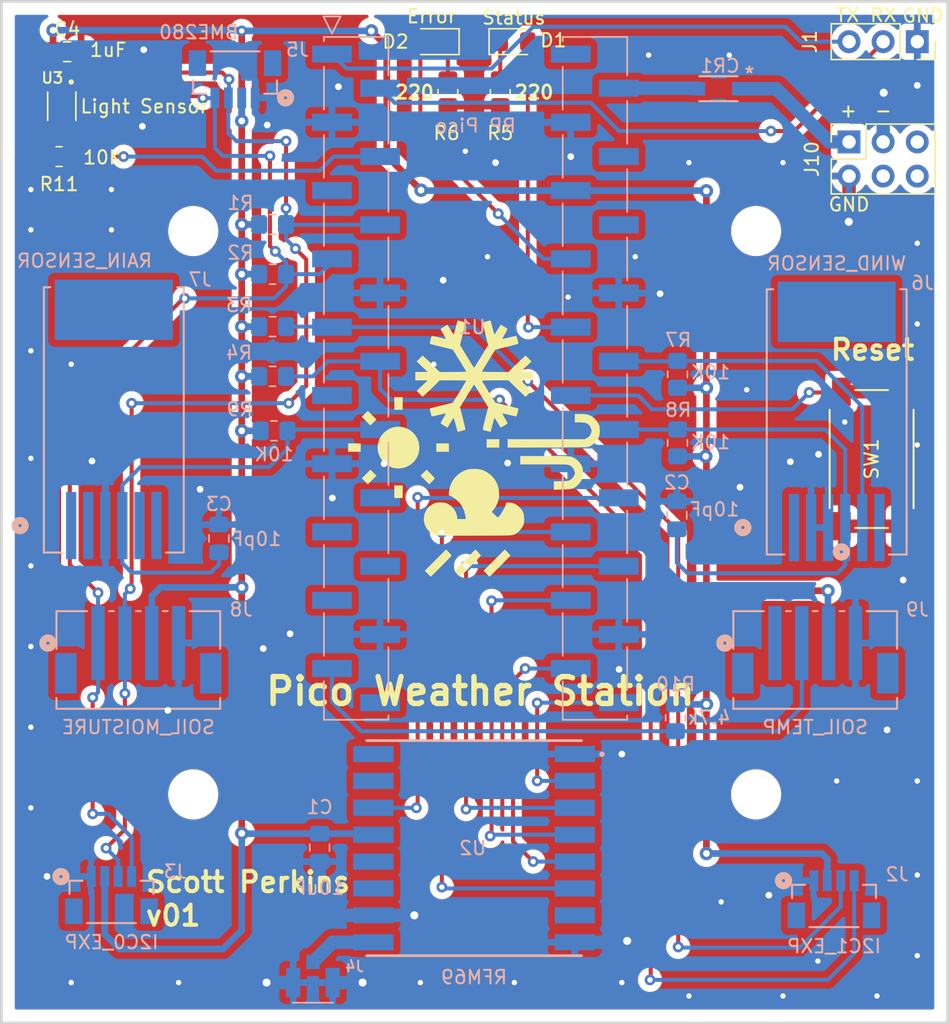
<source format=kicad_pcb>
(kicad_pcb (version 20240108) (generator "pcbnew") (generator_version "8.0")
  (layers (0 "F.Cu" signal) (31 "B.Cu" signal) (34 "B.Paste" user) (35 "F.Paste" user) (36 "B.SilkS" user "B.Silkscreen") (37 "F.SilkS" user "F.Silkscreen") (38 "B.Mask" user) (39 "F.Mask" user) (44 "Edge.Cuts" user))
  (net 0 "")
  (net 1 "GND")
  (net 2 "+3.3V")
  (net 3 "/WINDSPEED_TGR")
  (net 4 "/RAIN_COUNT")
  (net 5 "/Battery Charger/Load+")
  (net 6 "/I2C1_SCL")
  (net 7 "/I2C1_SDA")
  (net 8 "/I2C0_SDA")
  (net 9 "/I2C0_SCL")
  (net 10 "Net-(U2-ANT)")
  (net 11 "/WINDDIR_OUT")
  (net 14 "/ONE_WIRE")
  (net 15 "/Battery Charger/~{CHRG}")
  (net 16 "/Battery Charger/SET")
  (net 17 "/Battery Charger/~{FAULT}")
  (net 18 "/LIGHT_INTR")
  (net 19 "/RFM69 Radio/RFM69_MOSI")
  (net 21 "/RFM69 Radio/RFM69_INTR")
  (net 22 "/RFM69 Radio/RFM69_CS")
  (net 24 "/RFM69 Radio/RFM69_RESET")
  (net 27 "/RFM69 Radio/RFM69_MISO")
  (net 28 "/RFM69 Radio/RFM69_CLK")
  (net 38 "Net-(U1-VSYS)")
  (net 39 "Net-(D1-K)")
  (net 40 "/STATUS_LED")
  (net 41 "Net-(D2-K)")
  (net 42 "/ERROR_LED")
  (net 43 "/UART0_RX")
  (net 44 "/UART0_TX")
  (net 50 "/RESET")
  (footprint "LED_SMD:LED_0805_2012Metric_Pad1.15x1.40mm_HandSolder" (layer "F.Cu") (at 144.47 71.9 180)
    (property "Reference" "D2")
    (property "Value" "RED")
  )
  (footprint "WeatherStation:TactileButton" (layer "F.Cu") (at 177.045 102.95 90)
    (property "Reference" "SW1")
    (property "Value" "Reset Button")
  )
  (footprint "Resistor_SMD:R_0805_2012Metric_Pad1.20x1.40mm_HandSolder" (layer "F.Cu") (at 116.545 80.45)
    (property "Reference" "R11")
    (property "Value" "10k")
  )
  (footprint "Capacitor_SMD:C_0805_2012Metric_Pad1.18x1.45mm_HandSolder" (layer "F.Cu") (at 117.145 72.65)
    (property "Reference" "C4")
    (property "Value" "1uF")
  )
  (footprint "MountingHole:MountingHole_3.2mm_M3_ISO7380" (layer "F.Cu") (at 126.535 85.99)
    (property "Reference" "H3" (hide yes))
    (property "Value" "MountingHole_Pad" (hide yes))
  )
  (footprint "MountingHole:MountingHole_3.2mm_M3_ISO7380" (layer "F.Cu") (at 168.445 85.99)
    (property "Reference" "H4" (hide yes))
    (property "Value" "MountingHole_Pad" (hide yes))
  )
  (footprint "WeatherStation:APDS_LIGHT_SENSOR" (layer "F.Cu") (at 116.745 76.7 -90)
    (property "Reference" "U3")
    (property "Value" "LIGHT_SENSOR")
  )
  (footprint "WeatherStation:Logo" (layer "F.Cu") (at 147.445 102.1)
    (property "Reference" "G***" (hide yes))
    (property "Value" "LOGO" (hide yes))
  )
  (footprint "MountingHole:MountingHole_3.2mm_M3_ISO7380" (layer "F.Cu") (at 126.535 127.9)
    (property "Reference" "H1" (hide yes))
    (property "Value" "MountingHole_Pad" (hide yes))
  )
  (footprint "Connector_PinSocket_2.54mm:PinSocket_2x03_P2.54mm_Vertical" (layer "F.Cu") (at 175.365 79.36 90)
    (property "Reference" "J10")
    (property "Value" "Battery Charger" (hide yes))
  )
  (footprint "LED_SMD:LED_0805_2012Metric_Pad1.15x1.40mm_HandSolder" (layer "F.Cu") (at 150.42 71.9)
    (property "Reference" "D1")
    (property "Value" "GREEN")
  )
  (footprint "Resistor_SMD:R_0805_2012Metric_Pad1.20x1.40mm_HandSolder" (layer "F.Cu") (at 145.495 75.7 90)
    (property "Reference" "R6")
    (property "Value" "220")
  )
  (footprint "MountingHole:MountingHole_3.2mm_M3_ISO7380" (layer "F.Cu") (at 168.445 127.9)
    (property "Reference" "H2" (hide yes))
    (property "Value" "MountingHole_Pad" (hide yes))
  )
  (footprint "Resistor_SMD:R_0805_2012Metric_Pad1.20x1.40mm_HandSolder" (layer "F.Cu") (at 149.395 75.7 90)
    (property "Reference" "R5")
    (property "Value" "220")
  )
  (footprint "Connector_PinSocket_2.54mm:PinSocket_1x03_P2.54mm_Vertical" (layer "F.Cu") (at 180.445 71.9 -90)
    (property "Reference" "J1")
    (property "Value" "UART")
  )
  (footprint "Resistor_SMD:R_0805_2012Metric_Pad1.20x1.40mm_HandSolder" (layer "B.Cu") (at 132.445 93.1)
    (property "Reference" "R3")
    (property "Value" "DNP")
  )
  (footprint "WeatherStation:Pico_SMD_Headers" (layer "B.Cu") (at 147.554999 98.22 180)
    (property "Reference" "U1")
    (property "Value" "Pico" (hide yes))
  )
  (footprint "WeatherStation:Stemma_Vertical_Large" (layer "B.Cu") (at 172.844999 117.9 180)
    (property "Reference" "J9")
    (property "Value" "SOIL_TEMP")
  )
  (footprint "Resistor_SMD:R_0805_2012Metric_Pad1.20x1.40mm_HandSolder" (layer "B.Cu") (at 132.545 100.85)
    (property "Reference" "R9")
    (property "Value" "10K")
  )
  (footprint "Resistor_SMD:R_0805_2012Metric_Pad1.20x1.40mm_HandSolder" (layer "B.Cu") (at 162.445 122.2 -90)
    (property "Reference" "R10")
    (property "Value" "4.7k")
  )
  (footprint "Resistor_SMD:R_0805_2012Metric_Pad1.20x1.40mm_HandSolder" (layer "B.Cu") (at 132.445 89.2)
    (property "Reference" "R2")
    (property "Value" "DNP")
  )
  (footprint "WeatherStation:RJ11_SMD" (layer "B.Cu") (at 120.62 100.039098)
    (property "Reference" "J7")
    (property "Value" "RAIN_SENSOR")
  )
  (footprint "Resistor_SMD:R_0805_2012Metric_Pad1.20x1.40mm_HandSolder" (layer "B.Cu") (at 132.445 85.5)
    (property "Reference" "R1")
    (property "Value" "DNP")
  )
  (footprint "WeatherStation:Antenna" (layer "B.Cu") (at 135.445 141.9)
    (property "Reference" "J4")
    (property "Value" "73412-0110")
  )
  (footprint "WeatherStation:RJ11_SMD" (layer "B.Cu") (at 174.445 100.189099)
    (property "Reference" "J6")
    (property "Value" "WIND_SENSOR")
  )
  (footprint "WeatherStation:RFM69" (layer "B.Cu") (at 147.445 131.9 180)
    (property "Reference" "U2")
    (property "Value" "RFM69")
  )
  (footprint "Capacitor_SMD:C_0805_2012Metric_Pad1.18x1.45mm_HandSolder" (layer "B.Cu") (at 135.945 131.8625 -90)
    (property "Reference" "C1")
    (property "Value" "10uF")
  )
  (footprint "WeatherStation:StemmaQT_Vertical" (layer "B.Cu") (at 174.244999 136.202201)
    (property "Reference" "J2")
    (property "Value" "I2C1_EXP")
  )
  (footprint "WeatherStation:StemmaQT_Vertical" (layer "B.Cu") (at 129.645 74.196699 180)
    (property "Reference" "J5")
    (property "Value" "BME280")
  )
  (footprint "Resistor_SMD:R_0805_2012Metric_Pad1.20x1.40mm_HandSolder" (layer "B.Cu") (at 132.445 96.8)
    (property "Reference" "R4")
    (property "Value" "DNP")
  )
  (footprint "Capacitor_SMD:C_0805_2012Metric_Pad1.18x1.45mm_HandSolder" (layer "B.Cu") (at 128.445 108.8625 90)
    (property "Reference" "C3")
    (property "Value" "10pF")
  )
  (footprint "Resistor_SMD:R_0805_2012Metric_Pad1.20x1.40mm_HandSolder" (layer "B.Cu") (at 162.595 101.75 90)
    (property "Reference" "R8")
    (property "Value" "10K")
  )
  (footprint "Resistor_SMD:R_0805_2012Metric_Pad1.20x1.40mm_HandSolder" (layer "B.Cu") (at 162.595 96.65 90)
    (property "Reference" "R7")
    (property "Value" "10K")
  )
  (footprint "WeatherStation:StemmaQT_Vertical" (layer "B.Cu") (at 120.445 135.9)
    (property "Reference" "J3")
    (property "Value" "I2C0_EXP")
  )
  (footprint "Capacitor_SMD:C_0805_2012Metric_Pad1.18x1.45mm_HandSolder" (layer "B.Cu") (at 162.545 107.1375 90)
    (property "Reference" "C2")
    (property "Value" "10pF")
  )
  (footprint "WeatherStation:SchottkyDiode" (layer "B.Cu") (at 165.645 75.4 180)
    (property "Reference" "CR1")
    (property "Value" "SchottkyDiode")
  )
  (footprint "WeatherStation:Stemma_Vertical_Large" (layer "B.Cu") (at 122.445 117.9 180)
    (property "Reference" "J8")
    (property "Value" "SOIL_MOISTURE")
  )
  (gr_rect (start 112.245 68.9) (end 182.71 144.9) (stroke (width 0.2)) (fill none) (layer "Edge.Cuts"))
  (gr_text "10K" (at 118.245 81.1 0) (layer "F.SilkS") (effects (font (size 1 1)) (justify left bottom)))
  (gr_text "Status" (at 147.945 70.7 0) (layer "F.SilkS") (effects (font (size 1 1)) (justify left bottom)))
  (gr_text "TX" (at 174.295 70.5 0) (layer "F.SilkS") (effects (font (size 1 1)) (justify left bottom)))
  (gr_text "+" (at 174.595 77.6 0) (layer "F.SilkS") (effects (font (size 1 1)) (justify left bottom)))
  (gr_text "Reset" (at 173.845 95.7 0) (layer "F.SilkS") (effects (font (size 1.5 1.5) (thickness 0.3) (bold yes)) (justify left bottom)))
  (gr_text "-" (at 177.195 77.6 0) (layer "F.SilkS") (effects (font (size 1 1)) (justify left bottom)))
  (gr_text "v01" (at 122.845 137.8 0) (layer "F.SilkS") (effects (font (size 1.5 1.5) (thickness 0.3) (bold yes)) (justify left bottom)))
  (gr_text "Pico Weather Station" (at 131.745 121.4 0) (layer "F.SilkS") (effects (font (size 2 2) (thickness 0.4) (bold yes)) (justify left bottom)))
  (gr_text "Scott Perkins" (at 122.845 135.3 0) (layer "F.SilkS") (effects (font (size 1.5 1.5) (thickness 0.3) (bold yes)) (justify left bottom)))
  (gr_text "1uF" (at 118.745 73.1 0) (layer "F.SilkS") (effects (font (size 1 1)) (justify left bottom)))
  (gr_text "Light Sensor" (at 118.045 77.3 0) (layer "F.SilkS") (effects (font (size 1 1)) (justify left bottom)))
  (gr_text "GND" (at 173.745 84.6 0) (layer "F.SilkS") (effects (font (size 1 1)) (justify left bottom)))
  (gr_text "RX" (at 176.845 70.5 0) (layer "F.SilkS") (effects (font (size 1 1)) (justify left bottom)))
  (gr_text "220" (at 150.345 76.25 0) (layer "F.SilkS") (effects (font (size 1 1) (thickness 0.2) (bold yes)) (justify left bottom)))
  (gr_text "GND" (at 179.245 70.55 0) (layer "F.SilkS") (effects (font (size 1 1)) (justify left bottom)))
  (gr_text "220" (at 141.445 76.25 0) (layer "F.SilkS") (effects (font (size 1 1) (thickness 0.2) (bold yes)) (justify left bottom)))
  (gr_text "Error" (at 142.345 70.6 0) (layer "F.SilkS") (effects (font (size 1 1)) (justify left bottom)))
  (segment (start 118.2325 72.6) (end 122.745 72.6) (width 0.5) (layer "F.Cu") (net 1))
  (segment (start 122.745 78.2) (end 121.99 77.445) (width 0.3) (layer "F.Cu") (net 1))
  (segment (start 179.295001 107.95) (end 179.345 107.999999) (width 0.5) (layer "F.Cu") (net 1))
  (segment (start 174.794999 107.95) (end 179.295001 107.95) (width 1) (layer "F.Cu") (net 1))
  (segment (start 121.99 77.445) (end 117.395 77.445) (width 0.3) (layer "F.Cu") (net 1))
  (segment (start 118.1825 72.65) (end 118.2325 72.6) (width 0.5) (layer "F.Cu") (net 1))
  (segment (start 122.745 72.6) (end 122.845 72.5) (width 0.5) (layer "F.Cu") (net 1))
  (segment (start 179.345 107.999999) (end 179.345 111.9) (width 0.5) (layer "F.Cu") (net 1))
  (segment (start 175.365 81.9) (end 175.365 85.28) (width 1) (layer "F.Cu") (net 1))
  (segment (start 175.365 85.28) (end 175.345 85.3) (width 1) (layer "F.Cu") (net 1))
  (segment (start 179.345 111.9) (end 179.395 111.95) (width 0.5) (layer "F.Cu") (net 1))
  (via (at 120.445 85.9) (size 0.8) (drill 0.4) (layers "F.Cu" "B.Cu") (net 1))
  (via (at 140.745 103.3) (size 1) (drill 0.5) (layers "F.Cu" "B.Cu") (net 1))
  (via (at 158.845 138.8) (size 1.5) (drill 0.6) (layers "F.Cu" "B.Cu") (net 1))
  (via (at 166.445 72.9) (size 0.8) (drill 0.4) (layers "F.Cu" "B.Cu") (net 1))
  (via (at 114.445 110.9) (size 0.8) (drill 0.4) (layers "F.Cu" "B.Cu") (net 1))
  (via (at 114.445 128.9) (size 0.8) (drill 0.4) (layers "F.Cu" "B.Cu") (net 1))
  (via (at 170.445 142.9) (size 0.8) (drill 0.4) (layers "F.Cu" "B.Cu") (net 1))
  (via (at 137.345 75.25) (size 1) (drill 0.5) (layers "F.Cu" "B.Cu") (net 1))
  (via (at 170.995 103.15) (size 1) (drill 0.5) (layers "F.Cu" "B.Cu") (net 1))
  (via (at 167.745 97.8) (size 0.8) (drill 0.4) (layers "F.Cu" "B.Cu") (net 1))
  (via (at 180.445 101.9) (size 0.8) (drill 0.4) (layers "F.Cu" "B.Cu") (net 1))
  (via (at 161.295 90.65) (size 1) (drill 0.5) (layers "F.Cu" "B.Cu") (net 1))
  (via (at 180.445 133.9) (size 0.8) (drill 0.4) (layers "F.Cu" "B.Cu") (net 1))
  (via (at 124.645 121.65) (size 1) (drill 0.5) (layers "F.Cu" "B.Cu") (net 1))
  (via (at 173.045 140.3) (size 0.8) (drill 0.4) (layers "F.Cu" "B.Cu") (net 1))
  (via (at 148.445 87.9) (size 0.8) (drill 0.4) (layers "F.Cu" "B.Cu") (net 1))
  (via (at 139.145 141.9) (size 1.5) (drill 0.6) (layers "F.Cu" "B.Cu") (net 1))
  (via (at 125.445 141.9) (size 0.8) (drill 0.4) (layers "F.Cu" "B.Cu") (net 1))
  (via (at 174.445 126.9) (size 0.8) (drill 0.4) (layers "F.Cu" "B.Cu") (net 1))
  (via (at 133.745 115.95) (size 1) (drill 0.5) (layers "F.Cu" "B.Cu") (net 1))
  (via (at 170.445 80.9) (size 0.8) (drill 0.4) (layers "F.Cu" "B.Cu") (net 1))
  (via (at 114.445 122.9) (size 0.8) (drill 0.4) (layers "F.Cu" "B.Cu") (net 1))
  (via (at 114.445 94.9) (size 0.8) (drill 0.4) (layers "F.Cu" "B.Cu") (net 1))
  (via (at 180.445 92.9) (size 0.8) (drill 0.4) (layers "F.Cu" "B.Cu") (net 1))
  (via (at 120.445 82.9) (size 0.8) (drill 0.4) (layers "F.Cu" "B.Cu") (net 1))
  (via (at 144.445 95.9) (size 0.8) (drill 0.4) (layers "F.Cu" "B.Cu") (net 1))
  (via (at 159.445 87.9) (size 0.8) (drill 0.4) (layers "F.Cu" "B.Cu") (net 1))
  (via (at 169.395 135.4) (size 1) (drill 0.5) (layers "F.Cu" "B.Cu") (net 1))
  (via (at 114.445 116.9) (size 0.8) (drill 0.4) (layers "F.Cu" "B.Cu") (net 1))
  (via (at 143.445 141.9) (size 0.8) (drill 0.4) (layers "F.Cu" "B.Cu") (net 1))
  (via (at 117.445 141.9) (size 0.8) (drill 0.4) (layers "F.Cu" "B.Cu") (net 1))
  (via (at 115.645 134) (size 1) (drill 0.5) (layers "F.Cu" "B.Cu") (net 1))
  (via (at 173.095 102.6) (size 1) (drill 0.5) (layers "F.Cu" "B.Cu") (net 1))
  (via (at 150.445 141.9) (size 0.8) (drill 0.4) (layers "F.Cu" "B.Cu") (net 1))
  (via (at 180.445 139.9) (size 0.8) (drill 0.4) (layers "F.Cu" "B.Cu") (net 1))
  (via (at 117.445 95.9) (size 0.8) (drill 0.4) (layers "F.Cu" "B.Cu") (net 1))
  (via (at 165.845 135.9) (size 0.8) (drill 0.4) (layers "F.Cu" "B.Cu") (net 1))
  (via (at 175.345 85.3) (size 1.5) (drill 0.6) (layers "F.Cu" "B.Cu") (net 1))
  (via (at 158.245 118.6) (size 1) (drill 0.5) (layers "F.Cu" "B.Cu") (net 1))
  (via (at 178.195 123.1) (size 1) (drill 0.5) (layers "F.Cu" "B.Cu") (net 1))
  (via (at 149.045 80.9) (size 1) (drill 0.5) (layers "F.Cu" "B.Cu") (net 1))
  (via (at 131.995 141.9) (size 1.5) (drill 0.6) (layers "F.Cu" "B.Cu") (net 1))
  (via (at 154.445 90.9) (size 0.8) (drill 0.4) (layers "F.Cu" "B.Cu") (net 1))
  (via (at 122.845 72.5) (size 1) (drill 0.5) (layers "F.Cu" "B.Cu") (net 1))
  (via (at 149.945 103.25) (size 1) (drill 0.5) (layers "F.Cu" "B.Cu") (net 1))
  (via (at 114.445 82.9) (size 0.8) (drill 0.4) (layers "F.Cu" "B.Cu") (net 1))
  (via (at 180.445 126.9) (size 0.8) (drill 0.4) (layers "F.Cu" "B.Cu") (net 1))
  (via (at 154.645 80.45) (size 1) (drill 0.5) (layers "F.Cu" "B.Cu") (net 1))
  (via (at 179.395 111.95) (size 1) (drill 0.5) (layers "F.Cu" "B.Cu") (net 1))
  (via (at 114.445 85.9) (size 0.8) (drill 0.4) (layers "F.Cu" "B.Cu") (net 1))
  (via (at 145.145 89.65) (size 1) (drill 0.5) (layers "F.Cu" "B.Cu") (net 1))
  (via (at 146.795 80.05) (size 0.8) (drill 0.4) (layers "F.Cu" "B.Cu") (net 1))
  (via (at 177.945 75.7) (size 1.5) (drill 0.6) (layers "F.Cu" "B.Cu") (net 1))
  (via (at 136.895 105.85) (size 1) (drill 0.5) (layers "F.Cu" "B.Cu") (net 1))
  (via (at 118.995 103.1) (size 1) (drill 0.5) (layers "F.Cu" "B.Cu") (net 1))
  (via (at 127.045 105.2) (size 1) (drill 0.5) (layers "F.Cu" "B.Cu") (net 1))
  (via (at 122.745 78.2) (size 1) (drill 0.5) (layers "F.Cu" "B.Cu") (net 1))
  (via (at 158.445 124.9) (size 1) (drill 0.5) (layers "F.Cu" "B.Cu") (net 1))
  (via (at 160.445 72.9) (size 0.8) (drill 0.4) (layers "F.Cu" "B.Cu") (net 1))
  (via (at 158.445 141.9) (size 0.8) (drill 0.4) (layers "F.Cu" "B.Cu") (net 1))
  (via (at 180.445 86.9) (size 0.8) (drill 0.4) (layers "F.Cu" "B.Cu") (net 1))
  (via (at 114.445 102.9) (size 0.8) (drill 0.4) (layers "F.Cu" "B.Cu") (net 1))
  (via (at 132.045 78.1) (size 1) (drill 0.5) (layers "F.Cu" "B.Cu") (net 1))
  (via (at 175.045 100.2) (size 0.8) (drill 0.4) (layers "F.Cu" "B.Cu") (net 1))
  (via (at 177.445 142.9) (size 0.8) (drill 0.4) (layers "F.Cu" "B.Cu") (net 1))
  (via (at 180.445 75.15) (size 1) (drill 0.5) (layers "F.Cu" "B.Cu") (net 1))
  (via (at 142.995 136.9) (size 1.5) (drill 0.6) (layers "F.Cu" "B.Cu") (net 1))
  (via (at 163.445 142.9) (size 0.8) (drill 0.4) (layers "F.Cu" "B.Cu") (net 1))
  (via (at 167.245 105.05) (size 1) (drill 0.5) (layers "F.Cu" "B.Cu") (net 1))
  (via (at 163.445 80.9) (size 0.8) (drill 0.4) (layers "F.Cu" "B.Cu") (net 1))
  (via (at 131.745 117.05) (size 1) (drill 0.5) (layers "F.Cu" "B.Cu") (net 1))
  (segment (start 166.195 106.1) (end 167.245 105.05) (width 0.5) (layer "B.Cu") (net 1))
  (segment (start 177.905 79.36) (end 177.905 75.74) (width 1) (layer "B.Cu") (net 1))
  (segment (start 158.225 118.58) (end 158.245 118.6) (width 0.5) (layer "B.Cu") (net 1))
  (segment (start 162.545 106.1) (end 166.195 106.1) (width 0.5) (layer "B.Cu") (net 1))
  (segment (start 175.844998 120.749998) (end 178.195 123.1) (width 0.5) (layer "B.Cu") (net 1))
  (segment (start 158.745 138.9) (end 158.845 138.8) (width 1) (layer "B.Cu") (net 1))
  (segment (start 144.195 90.6) (end 145.145 89.65) (width 0.5) (layer "B.Cu") (net 1))
  (segment (start 154.945 138.9) (end 158.745 138.9) (width 1) (layer "B.Cu") (net 1))
  (segment (start 125.444999 116.6448) (end 125.444999 120.850001) (width 0.5) (layer "B.Cu") (net 1))
  (segment (start 131.3398 116.6448) (end 131.745 117.05) (width 0.5) (layer "B.Cu") (net 1))
  (segment (start 154.644999 103.3) (end 149.995 103.3) (width 0.5) (layer "B.Cu") (net 1))
  (segment (start 136.92 141.9) (end 139.145 141.9) (width 1) (layer "B.Cu") (net 1))
  (segment (start 154.644999 77.9) (end 154.645 80.45) (width 0.5) (layer "B.Cu") (net 1))
  (segment (start 139.945 136.9) (end 137.445 136.9) (width 1) (layer "B.Cu") (net 1))
  (segment (start 149.045 80.9) (end 152.045 77.9) (width 0.5) (layer "B.Cu") (net 1))
  (segment (start 136.864999 103.3) (end 136.864999 105.819999) (width 0.5) (layer "B.Cu") (net 1))
  (segment (start 119.985 104.09) (end 118.995 103.1) (width 0.5) (layer "B.Cu") (net 1))
  (segment (start 170.995 103.15) (end 172.54 104.695) (width 0.5) (layer "B.Cu") (net 1))
  (segment (start 177.905 75.74) (end 177.945 75.7) (width 1) (layer "B.Cu") (net 1))
  (segment (start 173.81 103.315) (end 173.81 108.050001) (width 0.5) (layer "B.Cu") (net 1))
  (segment (start 140.445 90.6) (end 144.195 90.6) (width 0.5) (layer "B.Cu") (net 1))
  (segment (start 152.045 77.9) (end 154.644999 77.9) (width 0.5) (layer "B.Cu") (net 1))
  (segment (start 136.864999 103.3) (end 140.745 103.3) (width 0.5) (layer "B.Cu") (net 1))
  (segment (start 175.844998 116.6448) (end 175.844998 120.749998) (width 0.5) (layer "B.Cu") (net 1))
  (segment (start 119.985 107.9) (end 119.985 104.09) (width 0.5) (layer "B.Cu") (net 1))
  (segment (start 142.995 136.9) (end 139.945 136.9) (width 1) (layer "B.Cu") (net 1))
  (segment (start 131.145 76.0789) (end 131.145 77.2) (width 0.5) (layer "B.Cu") (net 1))
  (segment (start 127.045 105.2) (end 128.445 106.6) (width 0.5) (layer "B.Cu") (net 1))
  (segment (start 173.095 102.6) (end 173.81 103.315) (width 0.5) (layer "B.Cu") (net 1))
  (segment (start 154.945 124.9) (end 158.445 124.9) (width 0.5) (layer "B.Cu") (net 1))
  (segment (start 136.864999 77.9) (end 136.864999 75.730001) (width 0.5) (layer "B.Cu") (net 1))
  (segment (start 118.945 134.017799) (end 115.662799 134.017799) (width 0.5) (layer "B.Cu") (net 1))
  (segment (start 172.54 104.695) (end 172.54 108.050001) (width 0.5) (layer "B.Cu") (net 1))
  (segment (start 180.445 75.15) (end 180.445 71.9) (width 0.5) (layer "B.Cu") (net 1))
  (segment (start 140.445 116) (end 133.795 116) (width 0.5) (layer "B.Cu") (net 1))
  (segment (start 161.245 90.6) (end 161.295 90.65) (width 0.5) (layer "B.Cu") (net 1))
  (segment (start 158.225 116) (end 158.225 118.58) (width 0.5) (layer "B.Cu") (net 1))
  (segment (start 125.444999 120.850001) (end 124.645 121.65) (width 0.5) (layer "B.Cu") (net 1))
  (segment (start 133.795 116) (end 133.745 115.95) (width 0.5) (layer "B.Cu") (net 1))
  (segment (start 125.444999 116.6448) (end 131.3398 116.6448) (width 0.5) (layer "B.Cu") (net 1))
  (segment (start 133.97 141.9) (end 131.995 141.9) (width 1) (layer "B.Cu") (net 1))
  (segment (start 115.662799 134.017799) (end 115.645 134) (width 0.5) (layer "B.Cu") (net 1))
  (segment (start 158.225 90.6) (end 161.245 90.6) (width 0.5) (layer "B.Cu") (net 1))
  (segment (start 128.445 106.6) (end 128.445 107.825) (width 0.5) (layer "B.Cu") (net 1))
  (segment (start 172.744999 134.32) (end 170.475 134.32) (width 0.5) (layer "B.Cu") (net 1))
  (segment (start 135.945 135.4) (end 135.945 132.9) (width 1) (layer "B.Cu") (net 1))
  (segment (start 149.995 103.3) (end 149.945 103.25) (width 0.5) (layer "B.Cu") (net 1))
  (segment (start 136.864999 105.819999) (end 136.895 105.85) (width 0.5) (layer "B.Cu") (net 1))
  (segment (start 136.864999 75.730001) (end 137.345 75.25) (width 0.5) (layer "B.Cu") (net 1))
  (segment (start 170.475 134.32) (end 169.395 135.4) (width 0.5) (layer "B.Cu") (net 1))
  (segment (start 131.145 77.2) (end 132.045 78.1) (width 0.5) (layer "B.Cu") (net 1))
  (segment (start 137.445 136.9) (end 135.945 135.4) (width 1) (layer "B.Cu") (net 1))
  (segment (start 116.095 71.05) (end 116.095 72.6375) (width 0.5) (layer "F.Cu") (net 2))
  (segment (start 130.145 96.8) (end 130.145 100.85) (width 0.5) (layer "F.Cu") (net 2))
  (segment (start 130.145 89.2) (end 130.145 93.1) (width 0.5) (layer "F.Cu") (net 2))
  (segment (start 116.095 72.6625) (end 116.1075 72.65) (width 0.3) (layer "F.Cu") (net 2))
  (segment (start 113.995 79.85) (end 114.595 80.45) (width 0.5) (layer "F.Cu") (net 2))
  (segment (start 114.595 72.65) (end 113.995 73.25) (width 0.5) (layer "F.Cu") (net 2))
  (segment (start 130.145 100.85) (end 130.145 112.5) (width 0.5) (layer "F.Cu") (net 2))
  (segment (start 114.595 80.45) (end 115.545 80.45) (width 0.5) (layer "F.Cu") (net 2))
  (segment (start 130.145 85.5) (end 130.145 89.2) (width 0.5) (layer "F.Cu") (net 2))
  (segment (start 140.945 80.4) (end 140.945 72.25) (width 0.5) (layer "F.Cu") (net 2))
  (segment (start 164.745 112.75) (end 173.795 112.75) (width 0.5) (layer "F.Cu") (net 2))
  (segment (start 130.145 93.1) (end 130.145 96.8) (width 0.5) (layer "F.Cu") (net 2))
  (segment (start 115.745 72.625) (end 115.77 72.65) (width 0.3) (layer "F.Cu") (net 2))
  (segment (start 164.745 102.8) (end 164.745 112.75) (width 0.5) (layer "F.Cu") (net 2))
  (segment (start 116.095 72.6375) (end 116.1075 72.65) (width 0.5) (layer "F.Cu") (net 2))
  (segment (start 115.77 72.65) (end 116.1075 72.65) (width 0.3) (layer "F.Cu") (net 2))
  (segment (start 164.745 102.7) (end 164.695 102.75) (width 0.5) (layer "F.Cu") (net 2))
  (segment (start 116.095 75.955) (end 116.095 72.6625) (width 0.3) (layer "F.Cu") (net 2))
  (segment (start 130.145 79.9) (end 130.145 85.5) (width 0.5) (layer "F.Cu") (net 2))
  (segment (start 164.745 112.75) (end 164.745 121.2) (width 0.5) (layer "F.Cu") (net 2))
  (segment (start 164.745 97.65) (end 164.745 102.7) (width 0.5) (layer "F.Cu") (net 2))
  (segment (start 113.995 73.25) (end 113.995 79.85) (width 0.5) (layer "F.Cu") (net 2))
  (segment (start 130.145 77.8) (end 130.145 79.9) (width 0.5) (layer "F.Cu") (net 2))
  (segment (start 130.145 112.5) (end 130.145 130.8) (width 0.5) (layer "F.Cu") (net 2))
  (segment (start 130.145 71.1) (end 130.145 77.8) (width 0.5) (layer "F.Cu") (net 2))
  (segment (start 164.745 83) (end 164.745 97.65) (width 0.5) (layer "F.Cu") (net 2))
  (segment (start 116.1075 72.65) (end 114.595 72.65) (width 0.5) (layer "F.Cu") (net 2))
  (segment (start 143.495 82.95) (end 140.945 80.4) (width 0.5) (layer "F.Cu") (net 2))
  (segment (start 164.745 121.2) (end 164.745 132.3) (width 0.5) (layer "F.Cu") (net 2))
  (segment (start 140.945 72.25) (end 139.795 71.1) (width 0.5) (layer "F.Cu") (net 2))
  (segment (start 164.695 102.75) (end 164.745 102.8) (width 0.5) (layer "F.Cu") (net 2))
  (via (at 130.145 112.5) (size 1) (drill 0.5) (layers "F.Cu" "B.Cu") (net 2))
  (via (at 130.145 130.8) (size 1) (drill 0.5) (layers "F.Cu" "B.Cu") (net 2))
  (via (at 116.095 71.05) (size 1) (drill 0.5) (layers "F.Cu" "B.Cu") (net 2))
  (via (at 130.145 77.8) (size 1) (drill 0.5) (layers "F.Cu" "B.Cu") (net 2))
  (via (at 130.145 93.1) (size 1) (drill 0.5) (layers "F.Cu" "B.Cu") (net 2))
  (via (at 130.145 100.85) (size 1) (drill 0.5) (layers "F.Cu" "B.Cu") (net 2))
  (via (at 164.745 97.65) (size 1) (drill 0.5) (layers "F.Cu" "B.Cu") (net 2))
  (via (at 139.795 71.1) (size 1) (drill 0.5) (layers "F.Cu" "B.Cu") (net 2))
  (via (at 164.745 83) (size 1) (drill 0.5) (layers "F.Cu" "B.Cu") (net 2))
  (via (at 143.495 82.95) (size 1) (drill 0.5) (layers "F.Cu" "B.Cu") (net 2))
  (via (at 173.795 112.75) (size 1) (drill 0.5) (layers "F.Cu" "B.Cu") (net 2))
  (via (at 130.145 89.2) (size 1) (drill 0.5) (layers "F.Cu" "B.Cu") (net 2))
  (via (at 164.745 121.2) (size 1) (drill 0.5) (layers "F.Cu" "B.Cu") (net 2))
  (via (at 164.695 102.75) (size 1) (drill 0.5) (layers "F.Cu" "B.Cu") (net 2))
  (via (at 164.745 132.3) (size 1) (drill 0.5) (layers "F.Cu" "B.Cu") (net 2))
  (via (at 130.145 71.1) (size 0.8) (drill 0.4) (layers "F.Cu" "B.Cu") (net 2))
  (via (at 130.145 96.8) (size 1) (drill 0.5) (layers "F.Cu" "B.Cu") (net 2))
  (via (at 130.145 85.5) (size 1) (drill 0.5) (layers "F.Cu" "B.Cu") (net 2))
  (segment (start 119.945001 134.017799) (end 119.945 138.3) (width 0.5) (layer "B.Cu") (net 2))
  (segment (start 143.495 82.95) (end 143.525 82.98) (width 0.5) (layer "B.Cu") (net 2))
  (segment (start 164.725 82.98) (end 164.745 83) (width 0.5) (layer "B.Cu") (net 2))
  (segment (start 154.644999 82.98) (end 164.725 82.98) (width 0.5) (layer "B.Cu") (net 2))
  (segment (start 119.945 138.3) (end 121.045 139.4) (width 0.5) (layer "B.Cu") (net 2))
  (segment (start 130.145 76.078901) (end 130.145 77.8) (width 0.5) (layer "B.Cu") (net 2))
  (segment (start 143.525 82.98) (end 154.644999 82.98) (width 0.5) (layer "B.Cu") (net 2))
  (segment (start 164.745 132.3) (end 173.345 132.3) (width 0.5) (layer "B.Cu") (net 2))
  (segment (start 130.145 130.8) (end 130.17 130.825) (width 0.5) (layer "B.Cu") (net 2))
  (segment (start 128.745 139.4) (end 130.145 138) (width 0.5) (layer "B.Cu") (net 2))
  (segment (start 130.144999 76.0789) (end 130.145 76.078901) (width 0.5) (layer "B.Cu") (net 2))
  (segment (start 131.445 89.2) (end 130.145 89.2) (width 0.5) (layer "B.Cu") (net 2))
  (segment (start 139.87 130.825) (end 139.945 130.9) (width 0.5) (layer "B.Cu") (net 2))
  (segment (start 173.345 132.3) (end 173.745 132.7) (width 0.5) (layer "B.Cu") (net 2))
  (segment (start 124.095 112.5) (end 130.145 112.5) (width 0.5) (layer "B.Cu") (net 2))
  (segment (start 131.445 96.8) (end 130.145 96.8) (width 0.5) (layer "B.Cu") (net 2))
  (segment (start 121.045 139.4) (end 128.745 139.4) (width 0.5) (layer "B.Cu") (net 2))
  (segment (start 130.145 138) (end 130.145 130.8) (width 0.5) (layer "B.Cu") (net 2))
  (segment (start 173.795 112.75) (end 173.795 116.5948) (width 0.5) (layer "B.Cu") (net 2))
  (segment (start 164.695 102.75) (end 162.595 102.75) (width 0.5) (layer "B.Cu") (net 2))
  (segment (start 131.445 85.5) (end 130.145 85.5) (width 0.5) (layer "B.Cu") (net 2))
  (segment (start 116.095 71.05) (end 130.095 71.05) (width 0.5) (layer "B.Cu") (net 2))
  (segment (start 130.17 130.825) (end 135.945 130.825) (width 0.5) (layer "B.Cu") (net 2))
  (segment (start 162.445 121.2) (end 164.745 121.2) (width 0.5) (layer "B.Cu") (net 2))
  (segment (start 131.545 100.85) (end 130.145 100.85) (width 0.5) (layer "B.Cu") (net 2))
  (segment (start 162.595 97.65) (end 164.745 97.65) (width 0.5) (layer "B.Cu") (net 2))
  (segment (start 135.945 130.825) (end 139.87 130.825) (width 0.5) (layer "B.Cu") (net 2))
  (segment (start 173.745 132.7) (end 173.745 134.32) (width 0.5) (layer "B.Cu") (net 2))
  (segment (start 123.445001 116.6448) (end 123.445001 113.149999) (width 0.5) (layer "B.Cu") (net 2))
  (segment (start 130.095 71.05) (end 130.145 71.1) (width 0.5) (layer "B.Cu") (net 2))
  (segment (start 139.795 71.1) (end 130.145 71.1) (width 0.5) (layer "B.Cu") (net 2))
  (segment (start 173.795 116.5948) (end 173.845 116.6448) (width 0.5) (layer "B.Cu") (net 2))
  (segment (start 123.445001 113.149999) (end 124.095 112.5) (width 0.5) (layer "B.Cu") (net 2))
  (segment (start 131.445 93.1) (end 130.145 93.1) (width 0.5) (layer "B.Cu") (net 2))
  (segment (start 175.08 102.235) (end 175.08 108.050001) (width 0.3) (layer "B.Cu") (net 3))
  (segment (start 175.08 108.050001) (end 175.08 110.851901) (width 0.3) (layer "B.Cu") (net 3))
  (segment (start 163.345 111.45) (end 162.545 110.65) (width 0.3) (layer "B.Cu") (net 3))
  (segment (start 162.595 100.75) (end 173.595 100.75) (width 0.3) (layer "B.Cu") (net 3))
  (segment (start 174.481901 111.45) (end 163.345 111.45) (width 0.3) (layer "B.Cu") (net 3))
  (segment (start 173.595 100.75) (end 175.08 102.235) (width 0.3) (layer "B.Cu") (net 3))
  (segment (start 162.435 100.76) (end 162.445 100.75) (width 0.3) (layer "B.Cu") (net 3))
  (segment (start 162.585 100.76) (end 162.595 100.75) (width 0.3) (layer "B.Cu") (net 3))
  (segment (start 175.08 110.851901) (end 174.481901 111.45) (width 0.3) (layer "B.Cu") (net 3))
  (segment (start 158.225 100.76) (end 162.585 100.76) (width 0.3) (layer "B.Cu") (net 3))
  (segment (start 162.545 110.65) (end 162.545 108.175) (width 0.3) (layer "B.Cu") (net 3))
  (segment (start 128.445 109.9) (end 128.445 110.8) (width 0.3) (layer "B.Cu") (net 4))
  (segment (start 133.635 100.76) (end 133.545 100.85) (width 0.3) (layer "B.Cu") (net 4))
  (segment (start 121.9531 111.4) (end 121.255 110.7019) (width 0.3) (layer "B.Cu") (net 4))
  (segment (start 127.845 111.4) (end 121.9531 111.4) (width 0.3) (layer "B.Cu") (net 4))
  (segment (start 128.445 110.8) (end 127.845 111.4) (width 0.3) (layer "B.Cu") (net 4))
  (segment (start 133.545 100.85) (end 133.545 102.2) (width 0.3) (layer "B.Cu") (net 4))
  (segment (start 132.195 103.55) (end 122.595 103.55) (width 0.3) (layer "B.Cu") (net 4))
  (segment (start 121.255 104.89) (end 121.255 107.9) (width 0.3) (layer "B.Cu") (net 4))
  (segment (start 121.255 110.7019) (end 121.255 107.9) (width 0.3) (layer "B.Cu") (net 4))
  (segment (start 133.545 102.2) (end 132.195 103.55) (width 0.3) (layer "B.Cu") (net 4))
  (segment (start 122.595 103.55) (end 121.255 104.89) (width 0.3) (layer "B.Cu") (net 4))
  (segment (start 140.445 100.76) (end 133.635 100.76) (width 0.3) (layer "B.Cu") (net 4))
  (segment (start 175.365 79.36) (end 173.905 79.36) (width 1) (layer "B.Cu") (net 5))
  (segment (start 169.945 75.4) (end 167.1716 75.4) (width 1) (layer "B.Cu") (net 5))
  (segment (start 173.905 79.36) (end 169.945 75.4) (width 1) (layer "B.Cu") (net 5))
  (segment (start 160.595 109.8) (end 149.345 98.55) (width 0.3) (layer "F.Cu") (net 6))
  (segment (start 160.595 141.65) (end 160.595 109.8) (width 0.3) (layer "F.Cu") (net 6))
  (segment (start 160.545 141.7) (end 160.595 141.65) (width 0.3) (layer "F.Cu") (net 6))
  (via (at 160.545 141.7) (size 0.8) (drill 0.4) (layers "F.Cu" "B.Cu") (net 6))
  (via (at 149.345 98.55) (size 0.8) (drill 0.4) (layers "F.Cu" "B.Cu") (net 6))
  (segment (start 136.565 95.68) (end 140.445 95.68) (width 0.3) (layer "B.Cu") (net 6))
  (segment (start 133.445 96.8) (end 135.445 96.8) (width 0.3) (layer "B.Cu") (net 6))
  (segment (start 141.245 98.55) (end 149.345 98.55) (width 0.3) (layer "B.Cu") (net 6))
  (segment (start 173.795 141.7) (end 175.744999 139.750001) (width 0.3) (layer "B.Cu") (net 6))
  (segment (start 160.545 141.7) (end 173.795 141.7) (width 0.3) (layer "B.Cu") (net 6))
  (segment (start 175.744999 139.750001) (end 175.744999 134.32) (width 0.3) (layer "B.Cu") (net 6))
  (segment (start 135.445 96.8) (end 136.565 95.68) (width 0.3) (layer "B.Cu") (net 6))
  (segment (start 140.445 97.75) (end 140.495 97.8) (width 0.3) (layer "B.Cu") (net 6))
  (segment (start 140.495 97.8) (end 141.245 98.55) (width 0.3) (layer "B.Cu") (net 6))
  (segment (start 140.445 95.68) (end 140.445 97.75) (width 0.3) (layer "B.Cu") (net 6))
  (segment (start 162.645 108.35) (end 151.445 97.15) (width 0.3) (layer "F.Cu") (net 7))
  (segment (start 162.645 139.25) (end 162.645 108.35) (width 0.3) (layer "F.Cu") (net 7))
  (via (at 162.645 139.25) (size 0.8) (drill 0.4) (layers "F.Cu" "B.Cu") (net 7))
  (via (at 151.445 97.15) (size 0.8) (drill 0.4) (layers "F.Cu" "B.Cu") (net 7))
  (segment (start 174.744998 136.250002) (end 174.744998 134.32) (width 0.3) (layer "B.Cu") (net 7))
  (segment (start 171.695 139.3) (end 174.744998 136.250002) (width 0.3) (layer "B.Cu") (net 7))
  (segment (start 133.445 93.1) (end 136.824999 93.1) (width 0.3) (layer "B.Cu") (net 7))
  (segment (start 136.824999 93.1) (end 136.864999 93.14) (width 0.3) (layer "B.Cu") (net 7))
  (segment (start 147.435 93.14) (end 151.445 97.15) (width 0.3) (layer "B.Cu") (net 7))
  (segment (start 162.645 139.25) (end 162.695 139.3) (width 0.3) (layer "B.Cu") (net 7))
  (segment (start 162.695 139.3) (end 171.695 139.3) (width 0.3) (layer "B.Cu") (net 7))
  (segment (start 136.864999 93.14) (end 147.435 93.14) (width 0.3) (layer "B.Cu") (net 7))
  (segment (start 129.195 74.7) (end 128.695 74.2) (width 0.3) (layer "F.Cu") (net 8))
  (segment (start 134.945 97.5) (end 133.645 98.8) (width 0.3) (layer "F.Cu") (net 8))
  (segment (start 116.745 74.85) (end 116.745 75.955) (width 0.3) (layer "F.Cu") (net 8))
  (segment (start 120.045 131.9) (end 121.445 130.5) (width 0.3) (layer "F.Cu") (net 8))
  (segment (start 121.945 112.5) (end 121.845 112.6) (width 0.3) (layer "F.Cu") (net 8))
  (segment (start 121.945 98.8) (end 121.945 112.5) (width 0.3) (layer "F.Cu") (net 8))
  (segment (start 134.945 88.1) (end 134.945 97.5) (width 0.3) (layer "F.Cu") (net 8))
  (segment (start 134.145 87.3) (end 134.945 88.1) (width 0.3) (layer "F.Cu") (net 8))
  (segment (start 121.445 130.5) (end 121.445 120.4) (width 0.3) (layer "F.Cu") (net 8))
  (segment (start 117.395 74.2) (end 116.745 74.85) (width 0.3) (layer "F.Cu") (net 8))
  (segment (start 128.695 74.2) (end 117.395 74.2) (width 0.3) (layer "F.Cu") (net 8))
  (segment (start 133.445 79.3) (end 133.445 84.3) (width 0.3) (layer "F.Cu") (net 8))
  (via (at 121.845 112.6) (size 0.8) (drill 0.4) (layers "F.Cu" "B.Cu") (net 8))
  (via (at 134.145 87.3) (size 0.8) (drill 0.4) (layers "F.Cu" "B.Cu") (net 8))
  (via (at 133.645 98.8) (size 0.8) (drill 0.4) (layers "F.Cu" "B.Cu") (net 8))
  (via (at 133.445 84.3) (size 0.8) (drill 0.4) (layers "F.Cu" "B.Cu") (net 8))
  (via (at 121.445 120.4) (size 0.8) (drill 0.4) (layers "F.Cu" "B.Cu") (net 8))
  (via (at 120.045 131.9) (size 0.8) (drill 0.4) (layers "F.Cu" "B.Cu") (net 8))
  (via (at 133.445 79.3) (size 0.8) (drill 0.4) (layers "F.Cu" "B.Cu") (net 8))
  (via (at 129.195 74.7) (size 0.8) (drill 0.4) (layers "F.Cu" "B.Cu") (net 8))
  (via (at 121.945 98.8) (size 0.8) (drill 0.4) (layers "F.Cu" "B.Cu") (net 8))
  (segment (start 129.745 79.3) (end 129.145001 78.700001) (width 0.3) (layer "B.Cu") (net 8))
  (segment (start 121.444999 116.6448) (end 121.445 120.4) (width 0.3) (layer "B.Cu") (net 8))
  (segment (start 133.445 79.3) (end 129.745 79.3) (width 0.3) (layer "B.Cu") (net 8))
  (segment (start 129.145001 78.700001) (end 129.145001 76.0789) (width 0.3) (layer "B.Cu") (net 8))
  (segment (start 129.195 74.7) (end 129.195 76.028901) (width 0.3) (layer "B.Cu") (net 8))
  (segment (start 120.944999 132.799999) (end 120.944999 134.017799) (width 0.3) (layer "B.Cu") (net 8))
  (segment (start 121.444999 113.000001) (end 121.845 112.6) (width 0.3) (layer "B.Cu") (net 8))
  (segment (start 133.445 85.5) (end 133.445 86.6) (width 0.3) (layer "B.Cu") (net 8))
  (segment (start 133.465 85.52) (end 133.445 85.5) (width 0.3) (layer "B.Cu") (net 8))
  (segment (start 121.444999 116.6448) (end 121.444999 113.000001) (width 0.3) (layer "B.Cu") (net 8))
  (segment (start 133.645 98.8) (end 121.945 98.8) (width 0.3) (layer "B.Cu") (net 8))
  (segment (start 120.045 131.9) (end 120.944999 132.799999) (width 0.3) (layer "B.Cu") (net 8))
  (segment (start 133.445 86.6) (end 134.145 87.3) (width 0.3) (layer "B.Cu") (net 8))
  (segment (start 140.445 85.52) (end 133.465 85.52) (width 0.3) (layer "B.Cu") (net 8))
  (segment (start 133.445 85.5) (end 133.445 84.3) (width 0.3) (layer "B.Cu") (net 8))
  (segment (start 129.195 76.028901) (end 129.145001 76.0789) (width 0.3) (layer "B.Cu") (net 8))
  (segment (start 117.345 110.8) (end 119.445 112.9) (width 0.3) (layer "F.Cu") (net 9))
  (segment (start 119.045 121.3) (end 119.045 120.7) (width 0.3) (layer "F.Cu") (net 9))
  (segment (start 125.795 91) (end 117.345 99.45) (width 0.3) (layer "F.Cu") (net 9))
  (segment (start 127.1 75.955) (end 127.245 76.1) (width 0.3) (layer "F.Cu") (net 9))
  (segment (start 119.045 129.35) (end 119.045 121.3) (width 0.3) (layer "F.Cu") (net 9))
  (segment (start 117.345 99.45) (end 117.345 110.8) (width 0.3) (layer "F.Cu") (net 9))
  (segment (start 125.895 91) (end 125.795 91) (width 0.3) (layer "F.Cu") (net 9))
  (segment (start 132.245 80.4) (end 132.245 87.1) (width 0.3) (layer "F.Cu") (net 9))
  (segment (start 132.245 87.1) (end 132.645 87.5) (width 0.3) (layer "F.Cu") (net 9))
  (segment (start 117.395 75.955) (end 127.1 75.955) (width 0.3) (layer "F.Cu") (net 9))
  (via (at 119.045 129.35) (size 0.8) (drill 0.4) (layers "F.Cu" "B.Cu") (net 9))
  (via (at 127.245 76.1) (size 0.8) (drill 0.4) (layers "F.Cu" "B.Cu") (net 9))
  (via (at 125.895 91) (size 0.8) (drill 0.4) (layers "F.Cu" "B.Cu") (net 9))
  (via (at 119.045 120.7) (size 0.8) (drill 0.4) (layers "F.Cu" "B.Cu") (net 9))
  (via (at 132.245 80.4) (size 0.8) (drill 0.4) (layers "F.Cu" "B.Cu") (net 9))
  (via (at 119.445 112.9) (size 0.8) (drill 0.4) (layers "F.Cu" "B.Cu") (net 9))
  (via (at 132.645 87.5) (size 0.8) (drill 0.4) (layers "F.Cu" "B.Cu") (net 9))
  (segment (start 128.145 79.8) (end 128.145 76.0789) (width 0.3) (layer "B.Cu") (net 9))
  (segment (start 133.445 89.2) (end 133.445 88.3) (width 0.3) (layer "B.Cu") (net 9))
  (segment (start 133.445 88.3) (end 132.645 87.5) (width 0.3) (layer "B.Cu") (net 9))
  (segment (start 128.1239 76.1) (end 128.145 76.0789) (width 0.3) (layer "B.Cu") (net 9))
  (segment (start 119.445001 116.6448) (end 119.445 112.9) (width 0.3) (layer "B.Cu") (net 9))
  (segment (start 121.945 131.097918) (end 121.945 134.017799) (width 0.3) (layer "B.Cu") (net 9))
  (segment (start 119.445001 120.299999) (end 119.045 120.7) (width 0.3) (layer "B.Cu") (net 9))
  (segment (start 132.545 91) (end 133.445 90.1) (width 0.3) (layer "B.Cu") (net 9))
  (segment (start 125.895 91) (end 132.545 91) (width 0.3) (layer "B.Cu") (net 9))
  (segment (start 119.045 129.35) (end 120.197082 129.35) (width 0.3) (layer "B.Cu") (net 9))
  (segment (start 133.445 89.2) (end 135.945 89.2) (width 0.3) (layer "B.Cu") (net 9))
  (segment (start 136.864999 88.280001) (end 136.864999 88.06) (width 0.3) (layer "B.Cu") (net 9))
  (segment (start 120.197082 129.35) (end 121.945 131.097918) (width 0.3) (layer "B.Cu") (net 9))
  (segment (start 132.245 80.4) (end 128.745 80.4) (width 0.3) (layer "B.Cu") (net 9))
  (segment (start 135.945 89.2) (end 136.864999 88.280001) (width 0.3) (layer "B.Cu") (net 9))
  (segment (start 127.245 76.1) (end 128.1239 76.1) (width 0.3) (layer "B.Cu") (net 9))
  (segment (start 128.745 80.4) (end 128.145 79.8) (width 0.3) (layer "B.Cu") (net 9))
  (segment (start 133.445 90.1) (end 133.445 89.2) (width 0.3) (layer "B.Cu") (net 9))
  (segment (start 119.445001 116.6448) (end 119.445001 120.299999) (width 0.3) (layer "B.Cu") (net 9))
  (segment (start 139.945 138.9) (end 136.92 138.9) (width 1) (layer "B.Cu") (net 10))
  (segment (start 136.92 138.9) (end 135.445 140.375) (width 1) (layer "B.Cu") (net 10))
  (segment (start 172.945 95.65) (end 176.35 99.055) (width 0.3) (layer "B.Cu") (net 11))
  (segment (start 162.565 95.68) (end 162.595 95.65) (width 0.3) (layer "B.Cu") (net 11))
  (segment (start 158.225 95.68) (end 162.565 95.68) (width 0.3) (layer "B.Cu") (net 11))
  (segment (start 176.35 99.055) (end 176.35 108.050001) (width 0.3) (layer "B.Cu") (net 11))
  (segment (start 162.595 95.65) (end 172.945 95.65) (width 0.3) (layer "B.Cu") (net 11))
  (segment (start 139.045 123.2) (end 162.445 123.2) (width 0.3) (layer "B.Cu") (net 14))
  (segment (start 136.864999 119.475) (end 136.845 119.494999) (width 0.3) (layer "B.Cu") (net 14))
  (segment (start 136.845 119.494999) (end 136.845 121) (width 0.3) (layer "B.Cu") (net 14))
  (segment (start 171.844998 116.6448) (end 171.844998 121.400002) (width 0.3) (layer "B.Cu") (net 14))
  (segment (start 136.845 121) (end 139.045 123.2) (width 0.3) (layer "B.Cu") (net 14))
  (segment (start 171.844998 121.400002) (end 170.045 123.2) (width 0.3) (layer "B.Cu") (net 14))
  (segment (start 136.864999 118.54) (end 136.864999 119.475) (width 0.3) (layer "B.Cu") (net 14))
  (segment (start 170.045 123.2) (end 162.445 123.2) (width 0.3) (layer "B.Cu") (net 14))
  (segment (start 116.095 77.445) (end 116.095 78.55) (width 0.3) (layer "F.Cu") (net 18))
  (segment (start 116.095 78.55) (end 117.545 80) (width 0.3) (layer "F.Cu") (net 18))
  (segment (start 117.545 80) (end 117.545 80.45) (width 0.3) (layer "F.Cu") (net 18))
  (segment (start 117.545 80.45) (end 121.345 80.45) (width 0.3) (layer "F.Cu") (net 18))
  (via (at 121.345 80.45) (size 0.8) (drill 0.4) (layers "F.Cu" "B.Cu") (net 18))
  (segment (start 127.195 80.45) (end 128.245 81.5) (width 0.3) (layer "B.Cu") (net 18))
  (segment (start 137.005 80.44) (end 140.445 80.44) (width 0.3) (layer "B.Cu") (net 18))
  (segment (start 128.245 81.5) (end 135.945 81.5) (width 0.3) (layer "B.Cu") (net 18))
  (segment (start 135.945 81.5) (end 137.005 80.44) (width 0.3) (layer "B.Cu") (net 18))
  (segment (start 121.345 80.45) (end 127.195 80.45) (width 0.3) (layer "B.Cu") (net 18))
  (segment (start 146.845 129) (end 146.845 110.9) (width 0.3) (layer "F.Cu") (net 19))
  (via (at 146.845 129) (size 0.8) (drill 0.4) (layers "F.Cu" "B.Cu") (net 19))
  (via (at 146.845 110.9) (size 0.8) (drill 0.4) (layers "F.Cu" "B.Cu") (net 19))
  (segment (start 146.945 128.9) (end 154.945 128.9) (width 0.3) (layer "B.Cu") (net 19))
  (segment (start 146.845 110.9) (end 146.865 110.92) (width 0.3) (layer "B.Cu") (net 19))
  (segment (start 146.865 110.92) (end 158.225 110.92) (width 0.3) (layer "B.Cu") (net 19))
  (segment (start 146.845 129) (end 146.945 128.9) (width 0.3) (layer "B.Cu") (net 19))
  (segment (start 143.145 128.9) (end 143.245 128.8) (width 0.3) (layer "F.Cu") (net 21))
  (segment (start 143.245 128.8) (end 143.245 105.8) (width 0.3) (layer "F.Cu") (net 21))
  (via (at 143.245 105.8) (size 0.8) (drill 0.4) (layers "F.Cu" "B.Cu") (net 21))
  (via (at 143.145 128.9) (size 0.8) (drill 0.4) (layers "F.Cu" "B.Cu") (net 21))
  (segment (start 143.245 105.8) (end 143.285 105.84) (width 0.3) (layer "B.Cu") (net 21))
  (segment (start 143.145 128.9) (end 139.945 128.9) (width 0.3) (layer "B.Cu") (net 21))
  (segment (start 143.285 105.84) (end 158.225 105.84) (width 0.3) (layer "B.Cu") (net 21))
  (segment (start 150.345 119.44) (end 151.245 118.54) (width 0.3) (layer "F.Cu") (net 22))
  (segment (start 150.345 131.4) (end 150.345 119.44) (width 0.3) (layer "F.Cu") (net 22))
  (segment (start 151.845 132.9) (end 150.345 131.4) (width 0.3) (layer "F.Cu") (net 22))
  (via (at 151.245 118.54) (size 0.8) (drill 0.4) (layers "F.Cu" "B.Cu") (net 22))
  (via (at 151.845 132.9) (size 0.8) (drill 0.4) (layers "F.Cu" "B.Cu") (net 22))
  (segment (start 151.245 118.54) (end 154.644999 118.54) (width 0.3) (layer "B.Cu") (net 22))
  (segment (start 151.845 132.9) (end 154.945 132.9) (width 0.3) (layer "B.Cu") (net 22))
  (segment (start 145.045 134.8) (end 145.045 108.4) (width 0.3) (layer "F.Cu") (net 24))
  (via (at 145.045 134.8) (size 0.8) (drill 0.4) (layers "F.Cu" "B.Cu") (net 24))
  (via (at 145.045 108.4) (size 0.8) (drill 0.4) (layers "F.Cu" "B.Cu") (net 24))
  (segment (start 145.065 108.38) (end 154.644999 108.38) (width 0.3) (layer "B.Cu") (net 24))
  (segment (start 145.045 108.4) (end 145.065 108.38) (width 0.3) (layer "B.Cu") (net 24))
  (segment (start 145.145 134.9) (end 154.945 134.9) (width 0.3) (layer "B.Cu") (net 24))
  (segment (start 145.045 134.8) (end 145.145 134.9) (width 0.3) (layer "B.Cu") (net 24))
  (segment (start 152.145 121.1) (end 152.145 126.9) (width 0.3) (layer "F.Cu") (net 27))
  (via (at 152.145 126.9) (size 0.8) (drill 0.4) (layers "F.Cu" "B.Cu") (net 27))
  (via (at 152.145 121.1) (size 0.8) (drill 0.4) (layers "F.Cu" "B.Cu") (net 27))
  (segment (start 152.165 121.08) (end 152.145 121.1) (width 0.3) (layer "B.Cu") (net 27))
  (segment (start 158.225 121.08) (end 152.165 121.08) (width 0.3) (layer "B.Cu") (net 27))
  (segment (start 152.145 126.9) (end 154.945 126.9) (width 0.3) (layer "B.Cu") (net 27))
  (segment (start 148.745 130.9) (end 148.745 113.5) (width 0.3) (layer "F.Cu") (net 28))
  (segment (start 148.645 131) (end 148.745 130.9) (width 0.3) (layer "F.Cu") (net 28))
  (via (at 148.645 131) (size 0.8) (drill 0.4) (layers "F.Cu" "B.Cu") (net 28))
  (via (at 148.745 113.5) (size 0.8) (drill 0.4) (layers "F.Cu" "B.Cu") (net 28))
  (segment (start 148.785 113.46) (end 154.644999 113.46) (width 0.3) (layer "B.Cu") (net 28))
  (segment (start 148.745 113.5) (end 148.785 113.46) (width 0.3) (layer "B.Cu") (net 28))
  (segment (start 148.645 131) (end 148.745 130.9) (width 0.3) (layer "B.Cu") (net 28))
  (segment (start 148.745 130.9) (end 154.945 130.9) (width 0.3) (layer "B.Cu") (net 28))
  (segment (start 158.225 75.36) (end 164.0784 75.36) (width 1) (layer "B.Cu") (net 38))
  (segment (start 164.0784 75.36) (end 164.1184 75.4) (width 1) (layer "B.Cu") (net 38))
  (segment (start 149.395 71.9) (end 149.395 74.7) (width 0.3) (layer "F.Cu") (net 39))
  (segment (start 151.445 93.1) (end 151.445 71.9) (width 0.3) (layer "F.Cu") (net 40))
  (segment (start 151.495 93.15) (end 151.445 93.1) (width 0.3) (layer "F.Cu") (net 40))
  (via (at 151.495 93.15) (size 0.8) (drill 0.4) (layers "F.Cu" "B.Cu") (net 40))
  (segment (start 151.495 93.15) (end 151.505 93.14) (width 0.3) (layer "B.Cu") (net 40))
  (segment (start 151.505 93.14) (end 154.644999 93.14) (width 0.3) (layer "B.Cu") (net 40))
  (segment (start 145.495 71.9) (end 145.495 74.7) (width 0.3) (layer "F.Cu") (net 41))
  (segment (start 149.245 84.7) (end 143.445 78.9) (width 0.3) (layer "F.Cu") (net 42))
  (segment (start 143.445 78.9) (end 143.445 71.9) (width 0.3) (layer "F.Cu") (net 42))
  (via (at 149.245 84.7) (size 0.8) (drill 0.4) (layers "F.Cu" "B.Cu") (net 42))
  (segment (start 152.605 88.06) (end 154.644999 88.06) (width 0.3) (layer "B.Cu") (net 42))
  (segment (start 149.245 84.7) (end 152.605 88.06) (width 0.3) (layer "B.Cu") (net 42))
  (segment (start 177.905 71.94) (end 177.905 71.9) (width 0.3) (layer "F.Cu") (net 43))
  (segment (start 171.295 78.55) (end 177.905 71.94) (width 0.3) (layer "F.Cu") (net 43))
  (segment (start 169.545 78.55) (end 171.295 78.55) (width 0.3) (layer "F.Cu") (net 43))
  (via (at 169.545 78.55) (size 0.8) (drill 0.4) (layers "F.Cu" "B.Cu") (net 43))
  (segment (start 158.245 78.55) (end 156.14 76.445) (width 0.3) (layer "B.Cu") (net 43))
  (segment (start 156.14 76.445) (end 141.53 76.445) (width 0.3) (layer "B.Cu") (net 43))
  (segment (start 141.53 76.445) (end 140.445 75.36) (width 0.3) (layer "B.Cu") (net 43))
  (segment (start 169.545 78.55) (end 158.245 78.55) (width 0.3) (layer "B.Cu") (net 43))
  (segment (start 170.645 70.8) (end 171.745 71.9) (width 0.3) (layer "B.Cu") (net 44))
  (segment (start 148.745 73.9) (end 151.845 70.8) (width 0.3) (layer "B.Cu") (net 44))
  (segment (start 151.845 70.8) (end 170.645 70.8) (width 0.3) (layer "B.Cu") (net 44))
  (segment (start 137.944999 73.9) (end 148.745 73.9) (width 0.3) (layer "B.Cu") (net 44))
  (segment (start 136.864999 72.82) (end 137.944999 73.9) (width 0.3) (layer "B.Cu") (net 44))
  (segment (start 171.745 71.9) (end 175.365 71.9) (width 0.3) (layer "B.Cu") (net 44))
  (segment (start 172.395 98) (end 174.744999 98) (width 0.3) (layer "F.Cu") (net 50))
  (segment (start 174.744999 98) (end 174.794999 97.95) (width 0.3) (layer "F.Cu") (net 50))
  (segment (start 174.794999 97.95) (end 179.295001 97.95) (width 1) (layer "F.Cu") (net 50))
  (via (at 172.395 98) (size 0.8) (drill 0.4) (layers "F.Cu" "B.Cu") (net 50))
  (segment (start 171.145 99.25) (end 172.395 98) (width 0.3) (layer "B.Cu") (net 50))
  (segment (start 154.644999 98.22) (end 159.665 98.22) (width 0.3) (layer "B.Cu") (net 50))
  (segment (start 159.665 98.22) (end 160.695 99.25) (width 0.3) (layer "B.Cu") (net 50))
  (segment (start 160.695 99.25) (end 171.145 99.25) (width 0.3) (layer "B.Cu") (net 50))
  (zone (net 1) (net_name "GND") (layer "F.Cu") (connect_pads (clearance 0.5)) (min_thickness 0.25) (fill yes (thermal_gap 0.5) (thermal_bridge_width 0.5))
    (polygon (pts (xy 112.245 68.9) (xy 182.745 68.9) (xy 182.745 144.9) (xy 112.245 144.9)))
  )
  (zone (net 1) (net_name "GND") (layer "B.Cu") (priority 1) (connect_pads (clearance 0.5)) (min_thickness 0.25) (fill yes (thermal_gap 0.5) (thermal_bridge_width 0.5))
    (polygon (pts (xy 112.245 68.9) (xy 182.745 68.9) (xy 182.745 144.9) (xy 112.245 144.9)))
  )
)
</source>
